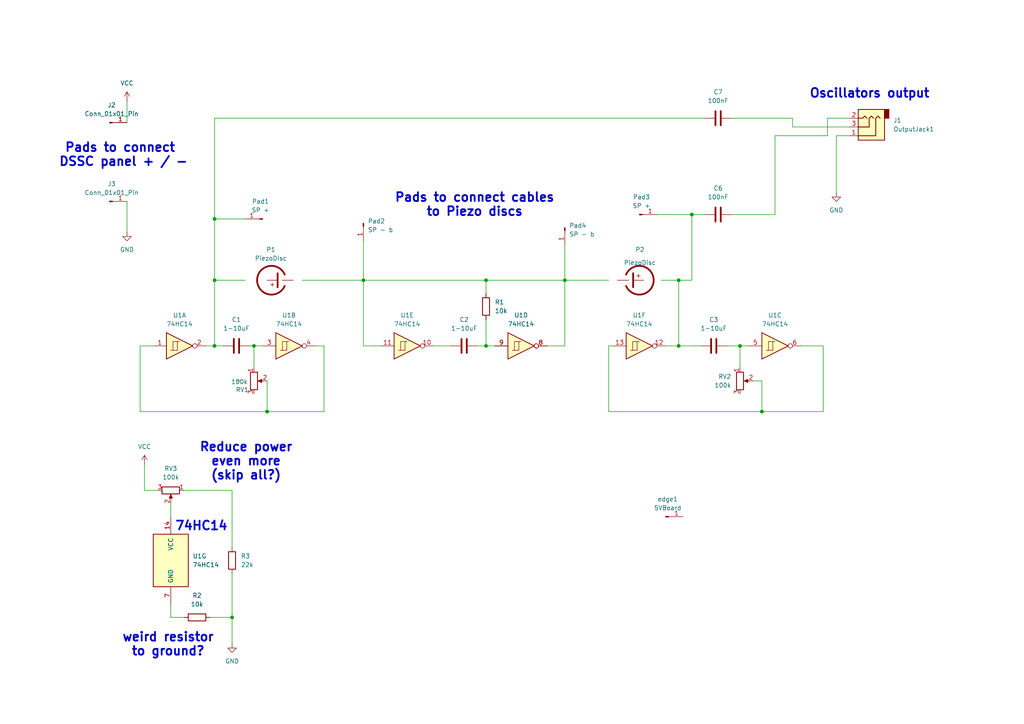
<source format=kicad_sch>
(kicad_sch (version 20231120) (generator "eeschema") (generator_version "8.0")
  (paper "A4")
  (lib_symbols
    (symbol "1Channel-PiezoAmp-rescue:AudioJack3-Connector_6"
      (property "Reference" "J1" (at -7.62 -1.9051 0))
      (property "Value" "OutputJack1" (at -7.62 0.6349 0))
      (symbol "AudioJack3-Connector_6_0_1"
        (rectangle (start -5.08 -5.08) (end -6.35 -2.54) (stroke (width 0.254)) (fill (type outline)))
        (polyline (pts (xy 0 -2.54) (xy 0.635 -3.175) (xy 1.27 -2.54) (xy 2.54 -2.54)) (stroke (width 0.254)))
        (polyline (pts (xy -1.905 -2.54) (xy -1.27 -3.175) (xy -0.635 -2.54) (xy -0.635 0) (xy 2.54 0)) (stroke (width 0.254)))
        (polyline (pts (xy 2.54 2.54) (xy -2.54 2.54) (xy -2.54 -2.54) (xy -3.175 -3.175) (xy -3.81 -2.54)) (stroke (width 0.254)))
        (rectangle (start 2.54 3.81) (end -5.08 -5.08) (stroke (width 0.254)) (fill (type background)))
      )
      (symbol "AudioJack3-Connector_6_1_1"
        (pin passive line (at 5.08 2.54 180) (length 2.54) (name "~") (number "1"))
        (pin passive line (at 5.08 -2.54 180) (length 2.54) (name "~") (number "2"))
        (pin passive line (at 5.08 0 180) (length 2.54) (name "~") (number "3"))
      )
    )
    (symbol "74xx:74HC14" (pin_names (offset 1.016))
      (property "Reference" "U" (at 0 1.27 0))
      (property "Value" "74HC14" (at 0 -1.27 0))
      (symbol "74HC14_1_0"
        (polyline (pts (xy -3.81 3.81) (xy -3.81 -3.81) (xy 3.81 0) (xy -3.81 3.81)) (stroke (width 0.254)) (fill (type background)))
        (pin input line (at -7.62 0 0) (length 3.81) (name "~") (number "1"))
        (pin output inverted (at 7.62 0 180) (length 3.81) (name "~") (number "2"))
      )
      (symbol "74HC14_1_1"
        (polyline (pts (xy -1.905 -1.27) (xy -1.905 1.27) (xy -0.635 1.27)))
        (polyline (pts (xy -2.54 -1.27) (xy -0.635 -1.27) (xy -0.635 1.27) (xy 0 1.27)))
      )
      (symbol "74HC14_2_0"
        (polyline (pts (xy -3.81 3.81) (xy -3.81 -3.81) (xy 3.81 0) (xy -3.81 3.81)) (stroke (width 0.254)) (fill (type background)))
        (pin input line (at -7.62 0 0) (length 3.81) (name "~") (number "3"))
        (pin output inverted (at 7.62 0 180) (length 3.81) (name "~") (number "4"))
      )
      (symbol "74HC14_2_1"
        (polyline (pts (xy -1.905 -1.27) (xy -1.905 1.27) (xy -0.635 1.27)))
        (polyline (pts (xy -2.54 -1.27) (xy -0.635 -1.27) (xy -0.635 1.27) (xy 0 1.27)))
      )
      (symbol "74HC14_3_0"
        (polyline (pts (xy -3.81 3.81) (xy -3.81 -3.81) (xy 3.81 0) (xy -3.81 3.81)) (stroke (width 0.254)) (fill (type background)))
        (pin input line (at -7.62 0 0) (length 3.81) (name "~") (number "5"))
        (pin output inverted (at 7.62 0 180) (length 3.81) (name "~") (number "6"))
      )
      (symbol "74HC14_3_1"
        (polyline (pts (xy -1.905 -1.27) (xy -1.905 1.27) (xy -0.635 1.27)))
        (polyline (pts (xy -2.54 -1.27) (xy -0.635 -1.27) (xy -0.635 1.27) (xy 0 1.27)))
      )
      (symbol "74HC14_4_0"
        (polyline (pts (xy -3.81 3.81) (xy -3.81 -3.81) (xy 3.81 0) (xy -3.81 3.81)) (stroke (width 0.254)) (fill (type background)))
        (pin output inverted (at 7.62 0 180) (length 3.81) (name "~") (number "8"))
        (pin input line (at -7.62 0 0) (length 3.81) (name "~") (number "9"))
      )
      (symbol "74HC14_4_1"
        (polyline (pts (xy -1.905 -1.27) (xy -1.905 1.27) (xy -0.635 1.27)))
        (polyline (pts (xy -2.54 -1.27) (xy -0.635 -1.27) (xy -0.635 1.27) (xy 0 1.27)))
      )
      (symbol "74HC14_5_0"
        (polyline (pts (xy -3.81 3.81) (xy -3.81 -3.81) (xy 3.81 0) (xy -3.81 3.81)) (stroke (width 0.254)) (fill (type background)))
        (pin output inverted (at 7.62 0 180) (length 3.81) (name "~") (number "10"))
        (pin input line (at -7.62 0 0) (length 3.81) (name "~") (number "11"))
      )
      (symbol "74HC14_5_1"
        (polyline (pts (xy -1.905 -1.27) (xy -1.905 1.27) (xy -0.635 1.27)))
        (polyline (pts (xy -2.54 -1.27) (xy -0.635 -1.27) (xy -0.635 1.27) (xy 0 1.27)))
      )
      (symbol "74HC14_6_0"
        (polyline (pts (xy -3.81 3.81) (xy -3.81 -3.81) (xy 3.81 0) (xy -3.81 3.81)) (stroke (width 0.254)) (fill (type background)))
        (pin output inverted (at 7.62 0 180) (length 3.81) (name "~") (number "12"))
        (pin input line (at -7.62 0 0) (length 3.81) (name "~") (number "13"))
      )
      (symbol "74HC14_6_1"
        (polyline (pts (xy -1.905 -1.27) (xy -1.905 1.27) (xy -0.635 1.27)))
        (polyline (pts (xy -2.54 -1.27) (xy -0.635 -1.27) (xy -0.635 1.27) (xy 0 1.27)))
      )
      (symbol "74HC14_7_0"
        (pin power_in line (at 0 12.7 270) (length 5.08) (name "VCC") (number "14"))
        (pin power_in line (at 0 -12.7 90) (length 5.08) (name "GND") (number "7"))
      )
      (symbol "74HC14_7_1"
        (rectangle (start -5.08 7.62) (end 5.08 -7.62) (stroke (width 0.254)) (fill (type background)))
      )
    )
    (symbol "Connector:Conn_01x01_Pin" (pin_names (offset 1.016) hide)
      (property "Reference" "J" (at 0 2.54 0))
      (property "Value" "Conn_01x01_Pin" (at 0 -2.54 0))
      (symbol "Conn_01x01_Pin_1_1"
        (polyline (pts (xy 1.27 0) (xy 0.8636 0)) (stroke (width 0.1524)))
        (rectangle (start 0.8636 0.127) (end 0 -0.127) (stroke (width 0.1524)) (fill (type outline)))
        (pin passive line (at 5.08 0 180) (length 3.81) (name "Pin_1") (number "1"))
      )
    )
    (symbol "Device:C" (pin_numbers hide) (pin_names (offset 0.254))
      (property "Reference" "C" (at 0.635 2.54 0))
      (property "Value" "C" (at 0.635 -2.54 0))
      (symbol "C_0_1"
        (polyline (pts (xy -2.032 -0.762) (xy 2.032 -0.762)) (stroke (width 0.508)))
        (polyline (pts (xy -2.032 0.762) (xy 2.032 0.762)) (stroke (width 0.508)))
      )
      (symbol "C_1_1"
        (pin passive line (at 0 3.81 270) (length 2.794) (name "~") (number "1"))
        (pin passive line (at 0 -3.81 90) (length 2.794) (name "~") (number "2"))
      )
    )
    (symbol "Device:C_Polarized_US" (pin_numbers hide) (pin_names (offset 0.254) hide)
      (property "Reference" "C4" (at 7.62 0.635 90))
      (property "Value" "PiezoDisc" (at 5.08 0.635 90))
      (symbol "C_Polarized_US_0_1"
        (polyline (pts (xy -2.032 0.762) (xy 2.032 0.762)) (stroke (width 0.508)))
        (polyline (pts (xy -1.778 2.286) (xy -0.762 2.286)))
        (polyline (pts (xy -1.27 1.778) (xy -1.27 2.794)))
        (arc (start 1.6509 -1.2861) (mid 0.0001 6.7071) (end -1.6511 -1.286) (stroke (width 0.508)))
      )
      (symbol "C_Polarized_US_1_1"
        (pin passive line (at 0 3.81 270) (length 2.794) (name "~") (number "1"))
        (pin passive line (at 0 -3.81 90) (length 3.302) (name "~") (number "2"))
      )
    )
    (symbol "Device:R" (pin_numbers hide) (pin_names (offset 0))
      (property "Reference" "R" (at 2.032 0 90))
      (property "Value" "R" (at 0 0 90))
      (symbol "R_0_1"
        (rectangle (start -1.016 -2.54) (end 1.016 2.54) (stroke (width 0.254)))
      )
      (symbol "R_1_1"
        (pin passive line (at 0 3.81 270) (length 1.27) (name "~") (number "1"))
        (pin passive line (at 0 -3.81 90) (length 1.27) (name "~") (number "2"))
      )
    )
    (symbol "Device:R_Potentiometer" (pin_names (offset 1.016) hide)
      (property "Reference" "RV" (at -4.445 0 90))
      (property "Value" "R_Potentiometer" (at -2.54 0 90))
      (symbol "R_Potentiometer_0_1"
        (polyline (pts (xy 2.54 0) (xy 1.524 0)))
        (polyline (pts (xy 1.143 0) (xy 2.286 0.508) (xy 2.286 -0.508) (xy 1.143 0)) (fill (type outline)))
        (rectangle (start 1.016 2.54) (end -1.016 -2.54) (stroke (width 0.254)))
      )
      (symbol "R_Potentiometer_1_1"
        (pin passive line (at 0 3.81 270) (length 1.27) (name "1") (number "1"))
        (pin passive line (at 3.81 0 180) (length 1.27) (name "2") (number "2"))
        (pin passive line (at 0 -3.81 90) (length 1.27) (name "3") (number "3"))
      )
    )
    (symbol "power:GND" (power) (pin_numbers hide) (pin_names (offset 0) hide)
      (property "Value" "GND" (at 0 -3.81 0))
      (symbol "GND_0_1"
        (polyline (pts (xy 0 0) (xy 0 -1.27) (xy 1.27 -1.27) (xy 0 -2.54) (xy -1.27 -1.27) (xy 0 -1.27)))
      )
      (symbol "GND_1_1"
        (pin power_in line (at 0 0 270) (length 0) (name "~") (number "1"))
      )
    )
    (symbol "power:VCC" (power) (pin_numbers hide) (pin_names (offset 0) hide)
      (property "Value" "VCC" (at 0 3.556 0))
      (symbol "VCC_0_1"
        (polyline (pts (xy -0.762 1.27) (xy 0 2.54)))
        (polyline (pts (xy 0 0) (xy 0 2.54)))
        (polyline (pts (xy 0 2.54) (xy 0.762 1.27)))
      )
      (symbol "VCC_1_1"
        (pin power_in line (at 0 0 90) (length 0) (name "~") (number "1"))
      )
    )
  )
  (junction (at 163.83 81.28))
  (junction (at 77.47 119.38))
  (junction (at 214.63 100.33))
  (junction (at 62.23 63.5))
  (junction (at 140.97 100.33))
  (junction (at 200.66 62.23))
  (junction (at 73.66 100.33))
  (junction (at 196.85 100.33))
  (junction (at 140.97 81.28))
  (junction (at 62.23 81.28))
  (junction (at 67.31 179.07))
  (junction (at 105.41 81.28))
  (junction (at 220.98 119.38))
  (junction (at 62.23 100.33))
  (junction (at 196.85 81.28))
  (wire (pts (xy 163.83 81.28) (xy 176.53 81.28)))
  (wire (pts (xy 40.64 119.38) (xy 40.64 100.33)))
  (wire (pts (xy 49.53 179.07) (xy 53.34 179.07)))
  (wire (pts (xy 238.76 100.33) (xy 232.41 100.33)))
  (wire (pts (xy 36.83 29.21) (xy 36.83 35.56)))
  (wire (pts (xy 62.23 34.29) (xy 204.47 34.29)))
  (wire (pts (xy 224.79 39.37) (xy 224.79 62.23)))
  (wire (pts (xy 53.34 142.24) (xy 67.31 142.24)))
  (wire (pts (xy 218.44 110.49) (xy 220.98 110.49)))
  (wire (pts (xy 105.41 69.85) (xy 105.41 81.28)))
  (wire (pts (xy 62.23 81.28) (xy 62.23 100.33)))
  (wire (pts (xy 68.58 110.49) (xy 69.85 110.49)))
  (wire (pts (xy 71.12 81.28) (xy 62.23 81.28)))
  (wire (pts (xy 220.98 119.38) (xy 238.76 119.38)))
  (wire (pts (xy 40.64 119.38) (xy 77.47 119.38)))
  (wire (pts (xy 210.82 100.33) (xy 214.63 100.33)))
  (wire (pts (xy 62.23 63.5) (xy 71.12 63.5)))
  (wire (pts (xy 200.66 62.23) (xy 204.47 62.23)))
  (wire (pts (xy 93.98 100.33) (xy 93.98 119.38)))
  (wire (pts (xy 238.76 119.38) (xy 238.76 100.33)))
  (wire (pts (xy 59.69 100.33) (xy 62.23 100.33)))
  (wire (pts (xy 229.87 34.29) (xy 229.87 36.83)))
  (wire (pts (xy 77.47 119.38) (xy 93.98 119.38)))
  (wire (pts (xy 105.41 81.28) (xy 105.41 100.33)))
  (wire (pts (xy 229.87 36.83) (xy 246.38 36.83)))
  (wire (pts (xy 138.43 100.33) (xy 140.97 100.33)))
  (wire (pts (xy 224.79 39.37) (xy 240.03 39.37)))
  (wire (pts (xy 176.53 100.33) (xy 177.8 100.33)))
  (wire (pts (xy 214.63 100.33) (xy 214.63 106.68)))
  (wire (pts (xy 49.53 146.05) (xy 49.53 149.86)))
  (wire (pts (xy 196.85 100.33) (xy 203.2 100.33)))
  (wire (pts (xy 140.97 81.28) (xy 140.97 85.09)))
  (wire (pts (xy 62.23 63.5) (xy 62.23 81.28)))
  (wire (pts (xy 140.97 81.28) (xy 163.83 81.28)))
  (wire (pts (xy 217.17 100.33) (xy 214.63 100.33)))
  (wire (pts (xy 176.53 119.38) (xy 220.98 119.38)))
  (wire (pts (xy 200.66 62.23) (xy 200.66 81.28)))
  (wire (pts (xy 163.83 81.28) (xy 163.83 100.33)))
  (wire (pts (xy 196.85 81.28) (xy 200.66 81.28)))
  (wire (pts (xy 176.53 100.33) (xy 176.53 119.38)))
  (wire (pts (xy 41.91 142.24) (xy 45.72 142.24)))
  (wire (pts (xy 105.41 81.28) (xy 140.97 81.28)))
  (wire (pts (xy 193.04 100.33) (xy 196.85 100.33)))
  (wire (pts (xy 73.66 100.33) (xy 73.66 106.68)))
  (wire (pts (xy 62.23 100.33) (xy 64.77 100.33)))
  (wire (pts (xy 240.03 34.29) (xy 240.03 39.37)))
  (wire (pts (xy 196.85 81.28) (xy 196.85 100.33)))
  (wire (pts (xy 49.53 175.26) (xy 49.53 179.07)))
  (wire (pts (xy 67.31 179.07) (xy 67.31 166.37)))
  (wire (pts (xy 67.31 142.24) (xy 67.31 158.75)))
  (wire (pts (xy 190.5 62.23) (xy 200.66 62.23)))
  (wire (pts (xy 246.38 39.37) (xy 242.57 39.37)))
  (wire (pts (xy 72.39 100.33) (xy 73.66 100.33)))
  (wire (pts (xy 67.31 179.07) (xy 67.31 186.69)))
  (wire (pts (xy 140.97 100.33) (xy 143.51 100.33)))
  (wire (pts (xy 41.91 142.24) (xy 41.91 134.62)))
  (wire (pts (xy 191.77 81.28) (xy 196.85 81.28)))
  (wire (pts (xy 40.64 100.33) (xy 44.45 100.33)))
  (wire (pts (xy 158.75 100.33) (xy 163.83 100.33)))
  (wire (pts (xy 246.38 34.29) (xy 240.03 34.29)))
  (wire (pts (xy 91.44 100.33) (xy 93.98 100.33)))
  (wire (pts (xy 60.96 179.07) (xy 67.31 179.07)))
  (wire (pts (xy 125.73 100.33) (xy 130.81 100.33)))
  (wire (pts (xy 163.83 71.12) (xy 163.83 81.28)))
  (wire (pts (xy 87.63 81.28) (xy 105.41 81.28)))
  (wire (pts (xy 242.57 39.37) (xy 242.57 55.88)))
  (wire (pts (xy 212.09 62.23) (xy 224.79 62.23)))
  (wire (pts (xy 110.49 100.33) (xy 105.41 100.33)))
  (wire (pts (xy 212.09 34.29) (xy 229.87 34.29)))
  (wire (pts (xy 62.23 34.29) (xy 62.23 63.5)))
  (wire (pts (xy 140.97 92.71) (xy 140.97 100.33)))
  (wire (pts (xy 36.83 58.42) (xy 36.83 67.31)))
  (wire (pts (xy 77.47 110.49) (xy 77.47 119.38)))
  (wire (pts (xy 220.98 110.49) (xy 220.98 119.38)))
  (wire (pts (xy 73.66 100.33) (xy 76.2 100.33)))
  (text "Pads to connect cables\nto Piezo discs" (at 137.668 59.436 0) (effects (font (size 2.54 2.54) (thickness 0.508) (bold yes))))
  (text "Oscillators output" (at 252.222 27.178 0) (effects (font (size 2.54 2.54) (thickness 0.508) (bold yes))))
  (text "weird resistor\nto ground?" (at 48.768 186.944 0) (effects (font (size 2.54 2.54) (thickness 0.508) (bold yes))))
  (text "Reduce power\neven more\n(skip all?)" (at 71.374 133.858 0) (effects (font (size 2.54 2.54) (thickness 0.508) (bold yes))))
  (text "74HC14" (at 58.42 152.654 0) (effects (font (size 2.54 2.54) (thickness 0.508) (bold yes))))
  (text "Pads to connect \nDSSC panel + / -" (at 35.814 44.958 0) (effects (font (size 2.54 2.54) (thickness 0.508) (bold yes))))
  (symbol (lib_id "Connector:Conn_01x01_Pin") (at 185.42 62.23 0) (unit 1)
    (property "Reference" "Pad3" (at 186.055 57.15 0))
    (property "Value" "SP +" (at 186.055 59.69 0))
    (property "Footprint" "002_SolarPunkSynth_footprints:SolderPad_small" (effects (hide yes)))
    (property "Description" "Generic connector, single row, 01x01, script generated" (effects (hide yes)))
  )
  (symbol (lib_id "Device:R") (at 57.15 179.07 90) (unit 1)
    (property "Reference" "R2" (at 57.15 172.72 90))
    (property "Value" "10k" (at 57.15 175.26 90))
    (property "Footprint" "002_SolarPunkSynth_footprints:R_1206_noGND" (effects (hide yes)))
    (property "Description" "Resistor" (effects (hide yes)))
  )
  (symbol (lib_id "Device:R_Potentiometer") (at 49.53 142.24 270) (unit 1)
    (property "Reference" "RV3" (at 49.53 135.89 90))
    (property "Value" "100k" (at 49.53 138.43 90))
    (property "Footprint" "002_SolarPunkSynth_footprints:RD901F-ALPHA-3D_longpads" (effects (hide yes)))
    (property "Description" "Potentiometer" (effects (hide yes)))
  )
  (symbol (lib_id "Device:R_Potentiometer") (at 73.66 110.49 0) (unit 1)
    (property "Reference" "RV1" (at 72.136 113.03 0) (effects (justify right)))
    (property "Value" "100k" (at 71.882 110.744 0) (effects (justify right)))
    (property "Footprint" "002_SolarPunkSynth_footprints:R_1206_noGND" (effects (hide yes)))
    (property "Description" "Potentiometer" (effects (hide yes)))
  )
  (symbol (lib_id "Device:C") (at 134.62 100.33 90) (unit 1)
    (property "Reference" "C2" (at 134.62 92.71 90))
    (property "Value" "1-10uF" (at 134.62 95.25 90))
    (property "Footprint" "002_SolarPunkSynth_footprints:C_1210_noGND" (effects (hide yes)))
    (property "Description" "Unpolarized capacitor" (effects (hide yes)))
  )
  (symbol (lib_id "Connector:Conn_01x01_Pin") (at 193.04 149.86 0) (unit 1)
    (property "Reference" "edge1" (at 193.675 144.78 0))
    (property "Value" "5VBoard" (at 193.675 147.32 0))
    (property "Footprint" "007_dusjagr:board_3V" (effects (hide yes)))
    (property "Description" "Generic connector, single row, 01x01, script generated" (effects (hide yes)))
  )
  (symbol (lib_id "Connector:Conn_01x01_Pin") (at 105.41 64.77 270) (unit 1)
    (property "Reference" "Pad2" (at 106.68 64.1349 90) (effects (justify left)))
    (property "Value" "SP - b" (at 106.68 66.6749 90) (effects (justify left)))
    (property "Footprint" "002_SolarPunkSynth_footprints:SolderPad_small" (effects (hide yes)))
    (property "Description" "Generic connector, single row, 01x01, script generated" (effects (hide yes)))
  )
  (symbol (lib_id "Device:C") (at 208.28 34.29 90) (unit 1)
    (property "Reference" "C7" (at 208.28 26.67 90))
    (property "Value" "100nF" (at 208.28 29.21 90))
    (property "Footprint" "002_SolarPunkSynth_footprints:C_1210_noGND" (effects (hide yes)))
    (property "Description" "Unpolarized capacitor" (effects (hide yes)))
  )
  (symbol (lib_id "74xx:74HC14") (at 83.82 100.33 0) (unit 2)
    (property "Reference" "U1" (at 83.82 91.44 0))
    (property "Value" "74HC14" (at 83.82 93.98 0))
    (property "Footprint" "002_SolarPunkSynth_footprints:DIP-14_W7.62mm_LongerPads" (effects (hide yes)))
    (property "Datasheet" "http://www.ti.com/lit/gpn/sn74HC14" (effects (hide yes)))
    (property "Description" "Hex inverter schmitt trigger" (effects (hide yes)))
  )
  (symbol (lib_id "Device:C") (at 68.58 100.33 90) (unit 1)
    (property "Reference" "C1" (at 68.58 92.71 90))
    (property "Value" "1-10uF" (at 68.58 95.25 90))
    (property "Footprint" "002_SolarPunkSynth_footprints:C_1210_noGND" (effects (hide yes)))
    (property "Description" "Unpolarized capacitor" (effects (hide yes)))
  )
  (symbol (lib_id "74xx:74HC14") (at 224.79 100.33 0) (unit 3)
    (property "Reference" "U1" (at 224.79 91.44 0))
    (property "Value" "74HC14" (at 224.79 93.98 0))
    (property "Footprint" "002_SolarPunkSynth_footprints:DIP-14_W7.62mm_LongerPads" (effects (hide yes)))
    (property "Datasheet" "http://www.ti.com/lit/gpn/sn74HC14" (effects (hide yes)))
    (property "Description" "Hex inverter schmitt trigger" (effects (hide yes)))
  )
  (symbol (lib_id "74xx:74HC14") (at 52.07 100.33 0) (unit 1)
    (property "Reference" "U1" (at 52.07 91.44 0))
    (property "Value" "74HC14" (at 52.07 93.98 0))
    (property "Footprint" "002_SolarPunkSynth_footprints:DIP-14_W7.62mm_LongerPads" (effects (hide yes)))
    (property "Datasheet" "http://www.ti.com/lit/gpn/sn74HC14" (effects (hide yes)))
    (property "Description" "Hex inverter schmitt trigger" (effects (hide yes)))
  )
  (symbol (lib_id "Device:C_Polarized_US") (at 81.28 81.28 90) (unit 1)
    (property "Reference" "P1" (at 78.5695 72.39 90))
    (property "Value" "PiezoDisc" (at 78.5695 74.93 90))
    (property "Footprint" "002_SolarPunkSynth_footprints:Piezo_glue" (effects (hide yes)))
    (property "Description" "PIezodisc" (effects (hide yes)))
  )
  (symbol (lib_id "power:VCC") (at 36.83 29.21 0) (unit 1)
    (property "Reference" "#PWR04" (effects (hide yes)))
    (property "Value" "VCC" (at 36.83 24.13 0))
    (property "Description" "Power symbol creates a global label with name \"VCC\"" (effects (hide yes)))
  )
  (symbol (lib_id "power:GND") (at 242.57 55.88 0) (unit 1)
    (property "Reference" "#PWR02" (effects (hide yes)))
    (property "Value" "GND" (at 242.57 60.96 0))
    (property "Description" "Power symbol creates a global label with name \"GND\" , ground" (effects (hide yes)))
  )
  (symbol (lib_id "Device:R") (at 140.97 88.9 0) (unit 1)
    (property "Reference" "R1" (at 143.51 87.6299 0) (effects (justify left)))
    (property "Value" "10k" (at 143.51 90.1699 0) (effects (justify left)))
    (property "Footprint" "002_SolarPunkSynth_footprints:R_1206_noGND" (effects (hide yes)))
    (property "Description" "Resistor" (effects (hide yes)))
  )
  (symbol (lib_id "power:VCC") (at 41.91 134.62 0) (unit 1)
    (property "Reference" "#PWR06" (effects (hide yes)))
    (property "Value" "VCC" (at 41.91 129.54 0))
    (property "Description" "Power symbol creates a global label with name \"VCC\"" (effects (hide yes)))
  )
  (symbol (lib_id "74xx:74HC14") (at 49.53 162.56 0) (unit 7)
    (property "Reference" "U1" (at 55.88 161.2899 0) (effects (justify left)))
    (property "Value" "74HC14" (at 55.88 163.8299 0) (effects (justify left)))
    (property "Footprint" "002_SolarPunkSynth_footprints:DIP-14_W7.62mm_LongerPads" (effects (hide yes)))
    (property "Datasheet" "http://www.ti.com/lit/gpn/sn74HC14" (effects (hide yes)))
    (property "Description" "Hex inverter schmitt trigger" (effects (hide yes)))
  )
  (symbol (lib_id "Device:C_Polarized_US") (at 182.88 81.28 270) (unit 1)
    (property "Reference" "P2" (at 185.5905 72.39 90))
    (property "Value" "PiezoDisc" (at 185.5905 76.2 90))
    (property "Footprint" "002_SolarPunkSynth_footprints:Piezo_glue" (effects (hide yes)))
    (property "Description" "PIezodisc" (effects (hide yes)))
  )
  (symbol (lib_id "74xx:74HC14") (at 151.13 100.33 0) (unit 4)
    (property "Reference" "U1" (at 151.13 91.44 0))
    (property "Value" "74HC14" (at 151.13 93.98 0))
    (property "Footprint" "002_SolarPunkSynth_footprints:DIP-14_W7.62mm_LongerPads" (effects (hide yes)))
    (property "Datasheet" "http://www.ti.com/lit/gpn/sn74HC14" (effects (hide yes)))
    (property "Description" "Hex inverter schmitt trigger" (effects (hide yes)))
  )
  (symbol (lib_id "Device:C") (at 207.01 100.33 90) (unit 1)
    (property "Reference" "C3" (at 207.01 92.71 90))
    (property "Value" "1-10uF" (at 207.01 95.25 90))
    (property "Footprint" "002_SolarPunkSynth_footprints:C_1210_noGND" (effects (hide yes)))
    (property "Description" "Unpolarized capacitor" (effects (hide yes)))
  )
  (symbol (lib_id "Connector:Conn_01x01_Pin") (at 31.75 35.56 0) (unit 1)
    (property "Reference" "J2" (at 32.385 30.48 0))
    (property "Value" "Conn_01x01_Pin" (at 32.385 33.02 0))
    (property "Footprint" "002_SolarPunkSynth_footprints:SolarPad_VCC" (effects (hide yes)))
    (property "Description" "Generic connector, single row, 01x01, script generated" (effects (hide yes)))
  )
  (symbol (lib_id "1Channel-PiezoAmp-rescue:AudioJack3-Connector_6") (at 251.46 36.83 180) (unit 1)
    (property "Reference" "J1" (at 259.08 34.9249 0) (effects (justify right)))
    (property "Value" "OutputJack1" (at 259.08 37.4649 0) (effects (justify right)))
    (property "Footprint" "007_dusjagr:AUDIO-JACK-3.5mm_SMD_Hole" (effects (hide yes)))
  )
  (symbol (lib_id "74xx:74HC14") (at 185.42 100.33 0) (unit 6)
    (property "Reference" "U1" (at 185.42 91.44 0))
    (property "Value" "74HC14" (at 185.42 93.98 0))
    (property "Footprint" "002_SolarPunkSynth_footprints:DIP-14_W7.62mm_LongerPads" (effects (hide yes)))
    (property "Datasheet" "http://www.ti.com/lit/gpn/sn74HC14" (effects (hide yes)))
    (property "Description" "Hex inverter schmitt trigger" (effects (hide yes)))
  )
  (symbol (lib_id "power:GND") (at 67.31 186.69 0) (unit 1)
    (property "Reference" "#PWR07" (effects (hide yes)))
    (property "Value" "GND" (at 67.31 191.77 0))
    (property "Description" "Power symbol creates a global label with name \"GND\" , ground" (effects (hide yes)))
  )
  (symbol (lib_id "Device:R") (at 67.31 162.56 0) (unit 1)
    (property "Reference" "R3" (at 69.85 161.2899 0) (effects (justify left)))
    (property "Value" "22k" (at 69.85 163.8299 0) (effects (justify left)))
    (property "Footprint" "002_SolarPunkSynth_footprints:R_1206_noGND" (effects (hide yes)))
    (property "Description" "Resistor" (effects (hide yes)))
  )
  (symbol (lib_id "Device:R_Potentiometer") (at 214.63 110.49 0) (unit 1)
    (property "Reference" "RV2" (at 212.09 109.2199 0) (effects (justify right)))
    (property "Value" "100k" (at 212.09 111.7599 0) (effects (justify right)))
    (property "Footprint" "002_SolarPunkSynth_footprints:R_1206_noGND" (effects (hide yes)))
    (property "Description" "Potentiometer" (effects (hide yes)))
  )
  (symbol (lib_id "Connector:Conn_01x01_Pin") (at 76.2 63.5 180) (unit 1)
    (property "Reference" "Pad1" (at 75.565 58.42 0))
    (property "Value" "SP +" (at 75.565 60.96 0))
    (property "Footprint" "002_SolarPunkSynth_footprints:SolderPad_small" (effects (hide yes)))
    (property "Description" "Generic connector, single row, 01x01, script generated" (effects (hide yes)))
  )
  (symbol (lib_id "power:GND") (at 36.83 67.31 0) (unit 1)
    (property "Reference" "#PWR05" (effects (hide yes)))
    (property "Value" "GND" (at 36.83 72.39 0))
    (property "Description" "Power symbol creates a global label with name \"GND\" , ground" (effects (hide yes)))
  )
  (symbol (lib_id "Connector:Conn_01x01_Pin") (at 31.75 58.42 0) (unit 1)
    (property "Reference" "J3" (at 32.385 53.34 0))
    (property "Value" "Conn_01x01_Pin" (at 32.385 55.88 0))
    (property "Footprint" "002_SolarPunkSynth_footprints:SolarPad_VCC" (effects (hide yes)))
    (property "Description" "Generic connector, single row, 01x01, script generated" (effects (hide yes)))
  )
  (symbol (lib_id "74xx:74HC14") (at 118.11 100.33 0) (unit 5)
    (property "Reference" "U1" (at 118.11 91.44 0))
    (property "Value" "74HC14" (at 118.11 93.98 0))
    (property "Footprint" "002_SolarPunkSynth_footprints:DIP-14_W7.62mm_LongerPads" (effects (hide yes)))
    (property "Datasheet" "http://www.ti.com/lit/gpn/sn74HC14" (effects (hide yes)))
    (property "Description" "Hex inverter schmitt trigger" (effects (hide yes)))
  )
  (symbol (lib_id "Connector:Conn_01x01_Pin") (at 163.83 66.04 270) (unit 1)
    (property "Reference" "Pad4" (at 165.1 65.4049 90) (effects (justify left)))
    (property "Value" "SP - b" (at 165.1 67.9449 90) (effects (justify left)))
    (property "Footprint" "002_SolarPunkSynth_footprints:SolderPad_small" (effects (hide yes)))
    (property "Description" "Generic connector, single row, 01x01, script generated" (effects (hide yes)))
  )
  (symbol (lib_id "Device:C") (at 208.28 62.23 90) (unit 1)
    (property "Reference" "C6" (at 208.28 54.61 90))
    (property "Value" "100nF" (at 208.28 57.15 90))
    (property "Footprint" "002_SolarPunkSynth_footprints:C_1210_noGND" (effects (hide yes)))
    (property "Description" "Unpolarized capacitor" (effects (hide yes)))
  )
)
</source>
